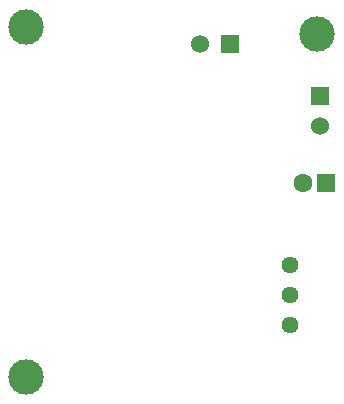
<source format=gbr>
%TF.GenerationSoftware,KiCad,Pcbnew,8.0.0*%
%TF.CreationDate,2024-06-23T14:12:47+02:00*%
%TF.ProjectId,SCS TSAL Green LED,53435320-5453-4414-9c20-477265656e20,rev?*%
%TF.SameCoordinates,Original*%
%TF.FileFunction,Soldermask,Bot*%
%TF.FilePolarity,Negative*%
%FSLAX46Y46*%
G04 Gerber Fmt 4.6, Leading zero omitted, Abs format (unit mm)*
G04 Created by KiCad (PCBNEW 8.0.0) date 2024-06-23 14:12:47*
%MOMM*%
%LPD*%
G01*
G04 APERTURE LIST*
%ADD10R,1.530000X1.530000*%
%ADD11C,1.530000*%
%ADD12C,3.000000*%
%ADD13C,1.440000*%
%ADD14R,1.600000X1.600000*%
%ADD15C,1.600000*%
G04 APERTURE END LIST*
D10*
%TO.C,J2*%
X99341478Y-57492361D03*
D11*
X99341478Y-60032361D03*
%TD*%
D10*
%TO.C,J1*%
X91721478Y-53047361D03*
D11*
X89181478Y-53047361D03*
%TD*%
D12*
%TO.C,*%
X99087478Y-52209161D03*
%TD*%
D13*
%TO.C,U3*%
X96769478Y-71777861D03*
X96769478Y-74317861D03*
X96769478Y-76857861D03*
%TD*%
D14*
%TO.C,C1*%
X99849478Y-64858361D03*
D15*
X97849478Y-64858361D03*
%TD*%
D12*
%TO.C,*%
X74449478Y-51650361D03*
%TD*%
%TO.C,*%
X74424078Y-81215961D03*
%TD*%
M02*

</source>
